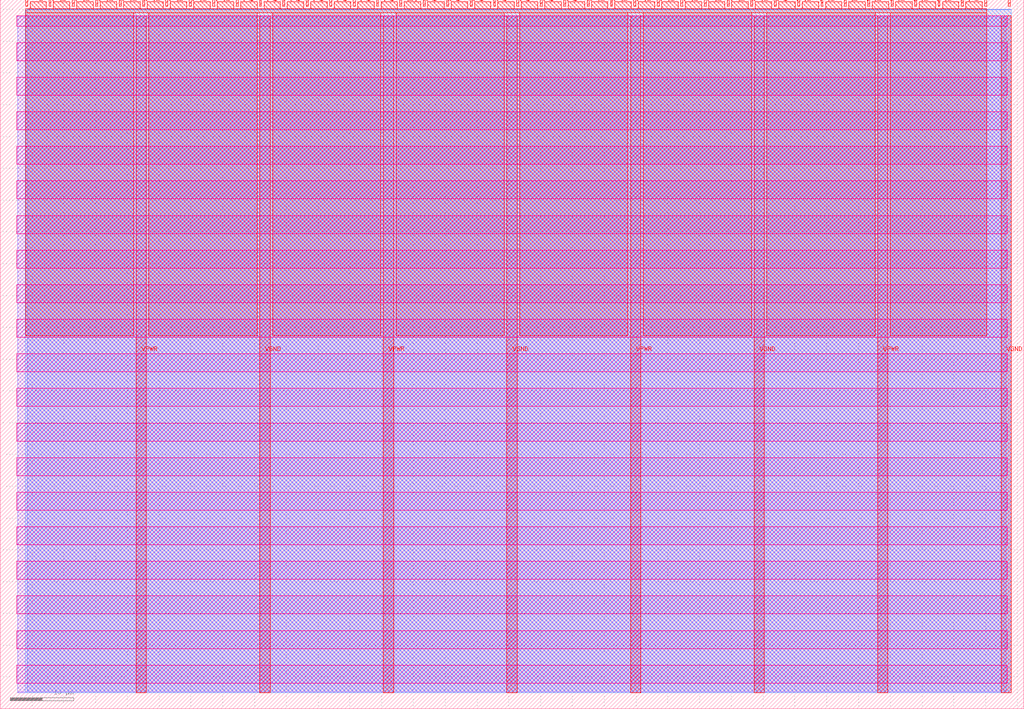
<source format=lef>
VERSION 5.7 ;
  NOWIREEXTENSIONATPIN ON ;
  DIVIDERCHAR "/" ;
  BUSBITCHARS "[]" ;
MACRO tt_um_sap_1
  CLASS BLOCK ;
  FOREIGN tt_um_sap_1 ;
  ORIGIN 0.000 0.000 ;
  SIZE 161.000 BY 111.520 ;
  PIN VGND
    DIRECTION INOUT ;
    USE GROUND ;
    PORT
      LAYER met4 ;
        RECT 40.830 2.480 42.430 109.040 ;
    END
    PORT
      LAYER met4 ;
        RECT 79.700 2.480 81.300 109.040 ;
    END
    PORT
      LAYER met4 ;
        RECT 118.570 2.480 120.170 109.040 ;
    END
    PORT
      LAYER met4 ;
        RECT 157.440 2.480 159.040 109.040 ;
    END
  END VGND
  PIN VPWR
    DIRECTION INOUT ;
    USE POWER ;
    PORT
      LAYER met4 ;
        RECT 21.395 2.480 22.995 109.040 ;
    END
    PORT
      LAYER met4 ;
        RECT 60.265 2.480 61.865 109.040 ;
    END
    PORT
      LAYER met4 ;
        RECT 99.135 2.480 100.735 109.040 ;
    END
    PORT
      LAYER met4 ;
        RECT 138.005 2.480 139.605 109.040 ;
    END
  END VPWR
  PIN clk
    DIRECTION INPUT ;
    USE SIGNAL ;
    ANTENNAGATEAREA 0.852000 ;
    PORT
      LAYER met4 ;
        RECT 154.870 110.520 155.170 111.520 ;
    END
  END clk
  PIN ena
    DIRECTION INPUT ;
    USE SIGNAL ;
    PORT
      LAYER met4 ;
        RECT 158.550 110.520 158.850 111.520 ;
    END
  END ena
  PIN rst_n
    DIRECTION INPUT ;
    USE SIGNAL ;
    ANTENNAGATEAREA 0.213000 ;
    PORT
      LAYER met4 ;
        RECT 151.190 110.520 151.490 111.520 ;
    END
  END rst_n
  PIN ui_in[0]
    DIRECTION INPUT ;
    USE SIGNAL ;
    PORT
      LAYER met4 ;
        RECT 147.510 110.520 147.810 111.520 ;
    END
  END ui_in[0]
  PIN ui_in[1]
    DIRECTION INPUT ;
    USE SIGNAL ;
    PORT
      LAYER met4 ;
        RECT 143.830 110.520 144.130 111.520 ;
    END
  END ui_in[1]
  PIN ui_in[2]
    DIRECTION INPUT ;
    USE SIGNAL ;
    PORT
      LAYER met4 ;
        RECT 140.150 110.520 140.450 111.520 ;
    END
  END ui_in[2]
  PIN ui_in[3]
    DIRECTION INPUT ;
    USE SIGNAL ;
    PORT
      LAYER met4 ;
        RECT 136.470 110.520 136.770 111.520 ;
    END
  END ui_in[3]
  PIN ui_in[4]
    DIRECTION INPUT ;
    USE SIGNAL ;
    PORT
      LAYER met4 ;
        RECT 132.790 110.520 133.090 111.520 ;
    END
  END ui_in[4]
  PIN ui_in[5]
    DIRECTION INPUT ;
    USE SIGNAL ;
    PORT
      LAYER met4 ;
        RECT 129.110 110.520 129.410 111.520 ;
    END
  END ui_in[5]
  PIN ui_in[6]
    DIRECTION INPUT ;
    USE SIGNAL ;
    PORT
      LAYER met4 ;
        RECT 125.430 110.520 125.730 111.520 ;
    END
  END ui_in[6]
  PIN ui_in[7]
    DIRECTION INPUT ;
    USE SIGNAL ;
    PORT
      LAYER met4 ;
        RECT 121.750 110.520 122.050 111.520 ;
    END
  END ui_in[7]
  PIN uio_in[0]
    DIRECTION INPUT ;
    USE SIGNAL ;
    PORT
      LAYER met4 ;
        RECT 118.070 110.520 118.370 111.520 ;
    END
  END uio_in[0]
  PIN uio_in[1]
    DIRECTION INPUT ;
    USE SIGNAL ;
    PORT
      LAYER met4 ;
        RECT 114.390 110.520 114.690 111.520 ;
    END
  END uio_in[1]
  PIN uio_in[2]
    DIRECTION INPUT ;
    USE SIGNAL ;
    PORT
      LAYER met4 ;
        RECT 110.710 110.520 111.010 111.520 ;
    END
  END uio_in[2]
  PIN uio_in[3]
    DIRECTION INPUT ;
    USE SIGNAL ;
    PORT
      LAYER met4 ;
        RECT 107.030 110.520 107.330 111.520 ;
    END
  END uio_in[3]
  PIN uio_in[4]
    DIRECTION INPUT ;
    USE SIGNAL ;
    PORT
      LAYER met4 ;
        RECT 103.350 110.520 103.650 111.520 ;
    END
  END uio_in[4]
  PIN uio_in[5]
    DIRECTION INPUT ;
    USE SIGNAL ;
    PORT
      LAYER met4 ;
        RECT 99.670 110.520 99.970 111.520 ;
    END
  END uio_in[5]
  PIN uio_in[6]
    DIRECTION INPUT ;
    USE SIGNAL ;
    PORT
      LAYER met4 ;
        RECT 95.990 110.520 96.290 111.520 ;
    END
  END uio_in[6]
  PIN uio_in[7]
    DIRECTION INPUT ;
    USE SIGNAL ;
    PORT
      LAYER met4 ;
        RECT 92.310 110.520 92.610 111.520 ;
    END
  END uio_in[7]
  PIN uio_oe[0]
    DIRECTION OUTPUT TRISTATE ;
    USE SIGNAL ;
    PORT
      LAYER met4 ;
        RECT 29.750 110.520 30.050 111.520 ;
    END
  END uio_oe[0]
  PIN uio_oe[1]
    DIRECTION OUTPUT TRISTATE ;
    USE SIGNAL ;
    PORT
      LAYER met4 ;
        RECT 26.070 110.520 26.370 111.520 ;
    END
  END uio_oe[1]
  PIN uio_oe[2]
    DIRECTION OUTPUT TRISTATE ;
    USE SIGNAL ;
    PORT
      LAYER met4 ;
        RECT 22.390 110.520 22.690 111.520 ;
    END
  END uio_oe[2]
  PIN uio_oe[3]
    DIRECTION OUTPUT TRISTATE ;
    USE SIGNAL ;
    PORT
      LAYER met4 ;
        RECT 18.710 110.520 19.010 111.520 ;
    END
  END uio_oe[3]
  PIN uio_oe[4]
    DIRECTION OUTPUT TRISTATE ;
    USE SIGNAL ;
    PORT
      LAYER met4 ;
        RECT 15.030 110.520 15.330 111.520 ;
    END
  END uio_oe[4]
  PIN uio_oe[5]
    DIRECTION OUTPUT TRISTATE ;
    USE SIGNAL ;
    PORT
      LAYER met4 ;
        RECT 11.350 110.520 11.650 111.520 ;
    END
  END uio_oe[5]
  PIN uio_oe[6]
    DIRECTION OUTPUT TRISTATE ;
    USE SIGNAL ;
    PORT
      LAYER met4 ;
        RECT 7.670 110.520 7.970 111.520 ;
    END
  END uio_oe[6]
  PIN uio_oe[7]
    DIRECTION OUTPUT TRISTATE ;
    USE SIGNAL ;
    PORT
      LAYER met4 ;
        RECT 3.990 110.520 4.290 111.520 ;
    END
  END uio_oe[7]
  PIN uio_out[0]
    DIRECTION OUTPUT TRISTATE ;
    USE SIGNAL ;
    PORT
      LAYER met4 ;
        RECT 59.190 110.520 59.490 111.520 ;
    END
  END uio_out[0]
  PIN uio_out[1]
    DIRECTION OUTPUT TRISTATE ;
    USE SIGNAL ;
    PORT
      LAYER met4 ;
        RECT 55.510 110.520 55.810 111.520 ;
    END
  END uio_out[1]
  PIN uio_out[2]
    DIRECTION OUTPUT TRISTATE ;
    USE SIGNAL ;
    PORT
      LAYER met4 ;
        RECT 51.830 110.520 52.130 111.520 ;
    END
  END uio_out[2]
  PIN uio_out[3]
    DIRECTION OUTPUT TRISTATE ;
    USE SIGNAL ;
    PORT
      LAYER met4 ;
        RECT 48.150 110.520 48.450 111.520 ;
    END
  END uio_out[3]
  PIN uio_out[4]
    DIRECTION OUTPUT TRISTATE ;
    USE SIGNAL ;
    PORT
      LAYER met4 ;
        RECT 44.470 110.520 44.770 111.520 ;
    END
  END uio_out[4]
  PIN uio_out[5]
    DIRECTION OUTPUT TRISTATE ;
    USE SIGNAL ;
    PORT
      LAYER met4 ;
        RECT 40.790 110.520 41.090 111.520 ;
    END
  END uio_out[5]
  PIN uio_out[6]
    DIRECTION OUTPUT TRISTATE ;
    USE SIGNAL ;
    PORT
      LAYER met4 ;
        RECT 37.110 110.520 37.410 111.520 ;
    END
  END uio_out[6]
  PIN uio_out[7]
    DIRECTION OUTPUT TRISTATE ;
    USE SIGNAL ;
    PORT
      LAYER met4 ;
        RECT 33.430 110.520 33.730 111.520 ;
    END
  END uio_out[7]
  PIN uo_out[0]
    DIRECTION OUTPUT TRISTATE ;
    USE SIGNAL ;
    ANTENNAGATEAREA 0.126000 ;
    ANTENNADIFFAREA 0.891000 ;
    PORT
      LAYER met4 ;
        RECT 88.630 110.520 88.930 111.520 ;
    END
  END uo_out[0]
  PIN uo_out[1]
    DIRECTION OUTPUT TRISTATE ;
    USE SIGNAL ;
    ANTENNAGATEAREA 0.126000 ;
    ANTENNADIFFAREA 0.891000 ;
    PORT
      LAYER met4 ;
        RECT 84.950 110.520 85.250 111.520 ;
    END
  END uo_out[1]
  PIN uo_out[2]
    DIRECTION OUTPUT TRISTATE ;
    USE SIGNAL ;
    ANTENNAGATEAREA 0.126000 ;
    ANTENNADIFFAREA 0.891000 ;
    PORT
      LAYER met4 ;
        RECT 81.270 110.520 81.570 111.520 ;
    END
  END uo_out[2]
  PIN uo_out[3]
    DIRECTION OUTPUT TRISTATE ;
    USE SIGNAL ;
    ANTENNAGATEAREA 0.126000 ;
    ANTENNADIFFAREA 0.891000 ;
    PORT
      LAYER met4 ;
        RECT 77.590 110.520 77.890 111.520 ;
    END
  END uo_out[3]
  PIN uo_out[4]
    DIRECTION OUTPUT TRISTATE ;
    USE SIGNAL ;
    ANTENNAGATEAREA 0.126000 ;
    ANTENNADIFFAREA 0.891000 ;
    PORT
      LAYER met4 ;
        RECT 73.910 110.520 74.210 111.520 ;
    END
  END uo_out[4]
  PIN uo_out[5]
    DIRECTION OUTPUT TRISTATE ;
    USE SIGNAL ;
    ANTENNAGATEAREA 0.126000 ;
    ANTENNADIFFAREA 0.445500 ;
    PORT
      LAYER met4 ;
        RECT 70.230 110.520 70.530 111.520 ;
    END
  END uo_out[5]
  PIN uo_out[6]
    DIRECTION OUTPUT TRISTATE ;
    USE SIGNAL ;
    ANTENNAGATEAREA 0.126000 ;
    ANTENNADIFFAREA 0.891000 ;
    PORT
      LAYER met4 ;
        RECT 66.550 110.520 66.850 111.520 ;
    END
  END uo_out[6]
  PIN uo_out[7]
    DIRECTION OUTPUT TRISTATE ;
    USE SIGNAL ;
    ANTENNAGATEAREA 0.126000 ;
    ANTENNADIFFAREA 0.891000 ;
    PORT
      LAYER met4 ;
        RECT 62.870 110.520 63.170 111.520 ;
    END
  END uo_out[7]
  OBS
      LAYER nwell ;
        RECT 2.570 107.385 158.430 108.990 ;
        RECT 2.570 101.945 158.430 104.775 ;
        RECT 2.570 96.505 158.430 99.335 ;
        RECT 2.570 91.065 158.430 93.895 ;
        RECT 2.570 85.625 158.430 88.455 ;
        RECT 2.570 80.185 158.430 83.015 ;
        RECT 2.570 74.745 158.430 77.575 ;
        RECT 2.570 69.305 158.430 72.135 ;
        RECT 2.570 63.865 158.430 66.695 ;
        RECT 2.570 58.425 158.430 61.255 ;
        RECT 2.570 52.985 158.430 55.815 ;
        RECT 2.570 47.545 158.430 50.375 ;
        RECT 2.570 42.105 158.430 44.935 ;
        RECT 2.570 36.665 158.430 39.495 ;
        RECT 2.570 31.225 158.430 34.055 ;
        RECT 2.570 25.785 158.430 28.615 ;
        RECT 2.570 20.345 158.430 23.175 ;
        RECT 2.570 14.905 158.430 17.735 ;
        RECT 2.570 9.465 158.430 12.295 ;
        RECT 2.570 4.025 158.430 6.855 ;
      LAYER li1 ;
        RECT 2.760 2.635 158.240 108.885 ;
      LAYER met1 ;
        RECT 2.760 2.480 159.040 109.040 ;
      LAYER met2 ;
        RECT 4.230 2.535 159.010 110.005 ;
      LAYER met3 ;
        RECT 3.950 2.555 159.030 109.985 ;
      LAYER met4 ;
        RECT 4.690 110.120 7.270 111.170 ;
        RECT 8.370 110.120 10.950 111.170 ;
        RECT 12.050 110.120 14.630 111.170 ;
        RECT 15.730 110.120 18.310 111.170 ;
        RECT 19.410 110.120 21.990 111.170 ;
        RECT 23.090 110.120 25.670 111.170 ;
        RECT 26.770 110.120 29.350 111.170 ;
        RECT 30.450 110.120 33.030 111.170 ;
        RECT 34.130 110.120 36.710 111.170 ;
        RECT 37.810 110.120 40.390 111.170 ;
        RECT 41.490 110.120 44.070 111.170 ;
        RECT 45.170 110.120 47.750 111.170 ;
        RECT 48.850 110.120 51.430 111.170 ;
        RECT 52.530 110.120 55.110 111.170 ;
        RECT 56.210 110.120 58.790 111.170 ;
        RECT 59.890 110.120 62.470 111.170 ;
        RECT 63.570 110.120 66.150 111.170 ;
        RECT 67.250 110.120 69.830 111.170 ;
        RECT 70.930 110.120 73.510 111.170 ;
        RECT 74.610 110.120 77.190 111.170 ;
        RECT 78.290 110.120 80.870 111.170 ;
        RECT 81.970 110.120 84.550 111.170 ;
        RECT 85.650 110.120 88.230 111.170 ;
        RECT 89.330 110.120 91.910 111.170 ;
        RECT 93.010 110.120 95.590 111.170 ;
        RECT 96.690 110.120 99.270 111.170 ;
        RECT 100.370 110.120 102.950 111.170 ;
        RECT 104.050 110.120 106.630 111.170 ;
        RECT 107.730 110.120 110.310 111.170 ;
        RECT 111.410 110.120 113.990 111.170 ;
        RECT 115.090 110.120 117.670 111.170 ;
        RECT 118.770 110.120 121.350 111.170 ;
        RECT 122.450 110.120 125.030 111.170 ;
        RECT 126.130 110.120 128.710 111.170 ;
        RECT 129.810 110.120 132.390 111.170 ;
        RECT 133.490 110.120 136.070 111.170 ;
        RECT 137.170 110.120 139.750 111.170 ;
        RECT 140.850 110.120 143.430 111.170 ;
        RECT 144.530 110.120 147.110 111.170 ;
        RECT 148.210 110.120 150.790 111.170 ;
        RECT 151.890 110.120 154.470 111.170 ;
        RECT 3.975 109.440 155.185 110.120 ;
        RECT 3.975 58.655 20.995 109.440 ;
        RECT 23.395 58.655 40.430 109.440 ;
        RECT 42.830 58.655 59.865 109.440 ;
        RECT 62.265 58.655 79.300 109.440 ;
        RECT 81.700 58.655 98.735 109.440 ;
        RECT 101.135 58.655 118.170 109.440 ;
        RECT 120.570 58.655 137.605 109.440 ;
        RECT 140.005 58.655 155.185 109.440 ;
  END
END tt_um_sap_1
END LIBRARY


</source>
